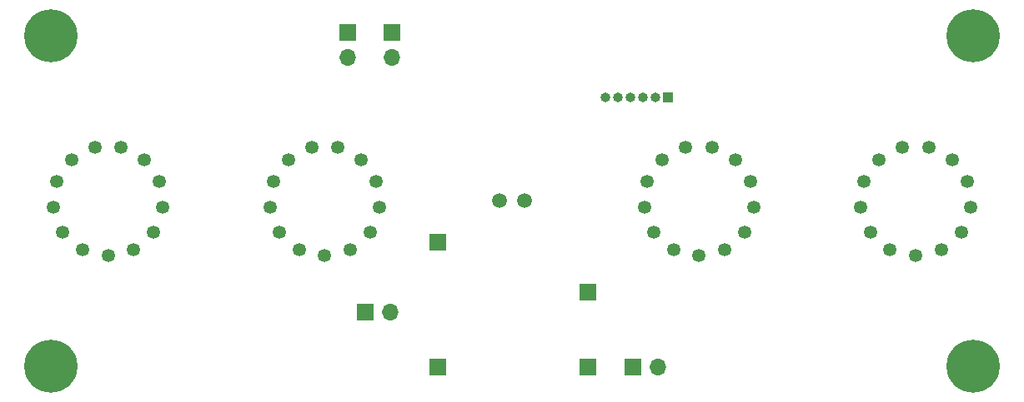
<source format=gbr>
G04 #@! TF.GenerationSoftware,KiCad,Pcbnew,(5.1.8)-1*
G04 #@! TF.CreationDate,2020-11-08T19:12:23+01:00*
G04 #@! TF.ProjectId,MainBoard,4d61696e-426f-4617-9264-2e6b69636164,rev?*
G04 #@! TF.SameCoordinates,Original*
G04 #@! TF.FileFunction,Soldermask,Bot*
G04 #@! TF.FilePolarity,Negative*
%FSLAX46Y46*%
G04 Gerber Fmt 4.6, Leading zero omitted, Abs format (unit mm)*
G04 Created by KiCad (PCBNEW (5.1.8)-1) date 2020-11-08 19:12:23*
%MOMM*%
%LPD*%
G01*
G04 APERTURE LIST*
%ADD10O,1.700000X1.700000*%
%ADD11R,1.700000X1.700000*%
%ADD12C,0.800000*%
%ADD13C,5.400000*%
%ADD14O,1.000000X1.000000*%
%ADD15R,1.000000X1.000000*%
%ADD16C,1.346200*%
%ADD17C,1.500000*%
G04 APERTURE END LIST*
D10*
X57658000Y-51308000D03*
D11*
X55118000Y-51308000D03*
D12*
X118231891Y-55368109D03*
X116800000Y-54775000D03*
X115368109Y-55368109D03*
X114775000Y-56800000D03*
X115368109Y-58231891D03*
X116800000Y-58825000D03*
X118231891Y-58231891D03*
X118825000Y-56800000D03*
D13*
X116800000Y-56800000D03*
D12*
X118231891Y-21768109D03*
X116800000Y-21175000D03*
X115368109Y-21768109D03*
X114775000Y-23200000D03*
X115368109Y-24631891D03*
X116800000Y-25225000D03*
X118231891Y-24631891D03*
X118825000Y-23200000D03*
D13*
X116800000Y-23200000D03*
D12*
X24631891Y-55368109D03*
X23200000Y-54775000D03*
X21768109Y-55368109D03*
X21175000Y-56800000D03*
X21768109Y-58231891D03*
X23200000Y-58825000D03*
X24631891Y-58231891D03*
X25225000Y-56800000D03*
D13*
X23200000Y-56800000D03*
D12*
X24631891Y-21768109D03*
X23200000Y-21175000D03*
X21768109Y-21768109D03*
X21175000Y-23200000D03*
X21768109Y-24631891D03*
X23200000Y-25225000D03*
X24631891Y-24631891D03*
X25225000Y-23200000D03*
D13*
X23200000Y-23200000D03*
D14*
X79502000Y-29464000D03*
X80772000Y-29464000D03*
X82042000Y-29464000D03*
X83312000Y-29464000D03*
X84582000Y-29464000D03*
D15*
X85852000Y-29464000D03*
D11*
X77724000Y-49276000D03*
X62484000Y-44196000D03*
X62484000Y-56896000D03*
X77724000Y-56896000D03*
D10*
X84836000Y-56896000D03*
D11*
X82296000Y-56896000D03*
D10*
X57785000Y-25400000D03*
D11*
X57785000Y-22860000D03*
D10*
X53340000Y-25400000D03*
D11*
X53340000Y-22860000D03*
D16*
X91602450Y-44958554D03*
X93608710Y-43181163D03*
X94559170Y-40675005D03*
X94236091Y-38014213D03*
X92713487Y-35808340D03*
X90340168Y-34562726D03*
X87659832Y-34562726D03*
X85286513Y-35808340D03*
X83763909Y-38014213D03*
X83440830Y-40675005D03*
X84391290Y-43181163D03*
X86397550Y-44958554D03*
X89000000Y-45600000D03*
X31602450Y-44958554D03*
X33608710Y-43181163D03*
X34559170Y-40675005D03*
X34236091Y-38014213D03*
X32713487Y-35808340D03*
X30340168Y-34562726D03*
X27659832Y-34562726D03*
X25286513Y-35808340D03*
X23763909Y-38014213D03*
X23440830Y-40675005D03*
X24391290Y-43181163D03*
X26397550Y-44958554D03*
X29000000Y-45600000D03*
X113602450Y-44958554D03*
X115608710Y-43181163D03*
X116559170Y-40675005D03*
X116236091Y-38014213D03*
X114713487Y-35808340D03*
X112340168Y-34562726D03*
X109659832Y-34562726D03*
X107286513Y-35808340D03*
X105763909Y-38014213D03*
X105440830Y-40675005D03*
X106391290Y-43181163D03*
X108397550Y-44958554D03*
X111000000Y-45600000D03*
X53602450Y-44958554D03*
X55608710Y-43181163D03*
X56559170Y-40675005D03*
X56236091Y-38014213D03*
X54713487Y-35808340D03*
X52340168Y-34562726D03*
X49659832Y-34562726D03*
X47286513Y-35808340D03*
X45763909Y-38014213D03*
X45440830Y-40675005D03*
X46391290Y-43181163D03*
X48397550Y-44958554D03*
X51000000Y-45600000D03*
D17*
X68730000Y-40000000D03*
X71270000Y-40000000D03*
M02*

</source>
